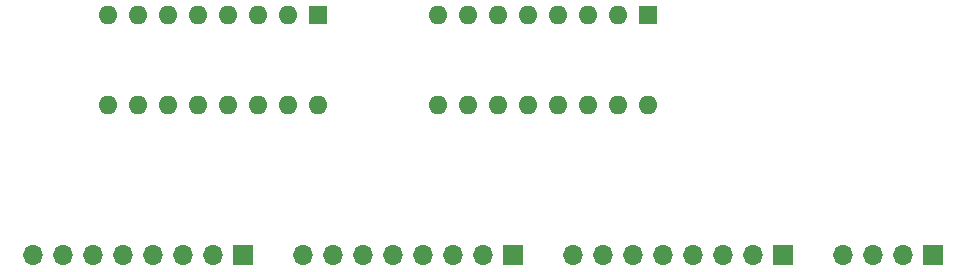
<source format=gbr>
%TF.GenerationSoftware,KiCad,Pcbnew,(5.1.8)-1*%
%TF.CreationDate,2022-10-23T00:45:01+03:00*%
%TF.ProjectId,MUX2x1,4d555832-7831-42e6-9b69-6361645f7063,rev?*%
%TF.SameCoordinates,Original*%
%TF.FileFunction,Soldermask,Top*%
%TF.FilePolarity,Negative*%
%FSLAX46Y46*%
G04 Gerber Fmt 4.6, Leading zero omitted, Abs format (unit mm)*
G04 Created by KiCad (PCBNEW (5.1.8)-1) date 2022-10-23 00:45:01*
%MOMM*%
%LPD*%
G01*
G04 APERTURE LIST*
%ADD10R,1.700000X1.700000*%
%ADD11O,1.700000X1.700000*%
%ADD12R,1.600000X1.600000*%
%ADD13O,1.600000X1.600000*%
G04 APERTURE END LIST*
D10*
%TO.C,J1*%
X68580000Y-81280000D03*
D11*
X66040000Y-81280000D03*
X63500000Y-81280000D03*
X60960000Y-81280000D03*
X58420000Y-81280000D03*
X55880000Y-81280000D03*
X53340000Y-81280000D03*
X50800000Y-81280000D03*
%TD*%
%TO.C,J2*%
X73660000Y-81280000D03*
X76200000Y-81280000D03*
X78740000Y-81280000D03*
X81280000Y-81280000D03*
X83820000Y-81280000D03*
X86360000Y-81280000D03*
X88900000Y-81280000D03*
D10*
X91440000Y-81280000D03*
%TD*%
%TO.C,J3*%
X114300000Y-81280000D03*
D11*
X111760000Y-81280000D03*
X109220000Y-81280000D03*
X106680000Y-81280000D03*
X104140000Y-81280000D03*
X101600000Y-81280000D03*
X99060000Y-81280000D03*
X96520000Y-81280000D03*
%TD*%
D10*
%TO.C,J4*%
X127000000Y-81280000D03*
D11*
X124460000Y-81280000D03*
X121920000Y-81280000D03*
X119380000Y-81280000D03*
%TD*%
D12*
%TO.C,U1*%
X74930000Y-60960000D03*
D13*
X57150000Y-68580000D03*
X72390000Y-60960000D03*
X59690000Y-68580000D03*
X69850000Y-60960000D03*
X62230000Y-68580000D03*
X67310000Y-60960000D03*
X64770000Y-68580000D03*
X64770000Y-60960000D03*
X67310000Y-68580000D03*
X62230000Y-60960000D03*
X69850000Y-68580000D03*
X59690000Y-60960000D03*
X72390000Y-68580000D03*
X57150000Y-60960000D03*
X74930000Y-68580000D03*
%TD*%
%TO.C,U2*%
X102870000Y-68580000D03*
X85090000Y-60960000D03*
X100330000Y-68580000D03*
X87630000Y-60960000D03*
X97790000Y-68580000D03*
X90170000Y-60960000D03*
X95250000Y-68580000D03*
X92710000Y-60960000D03*
X92710000Y-68580000D03*
X95250000Y-60960000D03*
X90170000Y-68580000D03*
X97790000Y-60960000D03*
X87630000Y-68580000D03*
X100330000Y-60960000D03*
X85090000Y-68580000D03*
D12*
X102870000Y-60960000D03*
%TD*%
M02*

</source>
